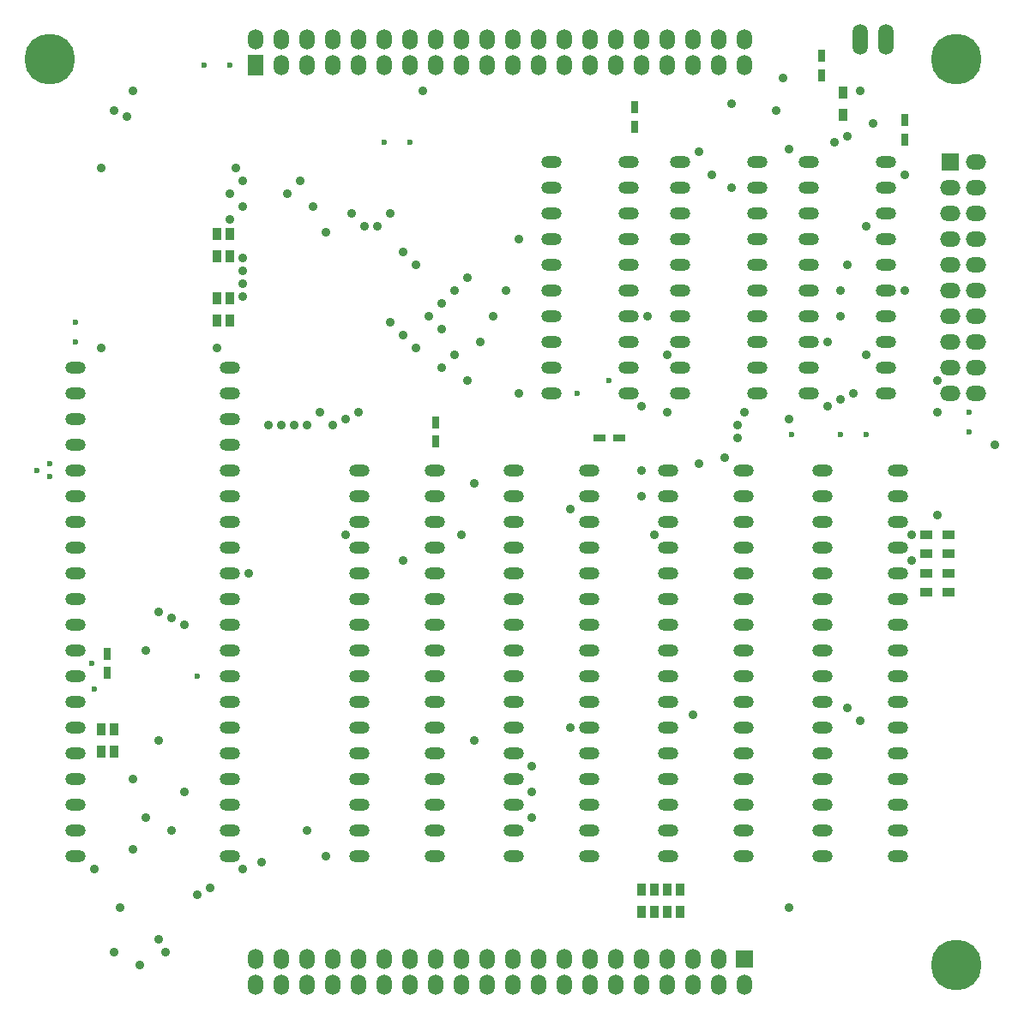
<source format=gbs>
G04 #@! TF.FileFunction,Soldermask,Bot*
%FSLAX46Y46*%
G04 Gerber Fmt 4.6, Leading zero omitted, Abs format (unit mm)*
G04 Created by KiCad (PCBNEW 4.0.2-stable) date 27-3-2016 11:05:44*
%MOMM*%
G01*
G04 APERTURE LIST*
%ADD10C,0.150000*%
%ADD11C,0.600000*%
%ADD12R,0.750000X1.200000*%
%ADD13R,1.200000X0.750000*%
%ADD14O,2.000000X1.200000*%
%ADD15R,0.900000X1.200000*%
%ADD16R,1.200000X0.900000*%
%ADD17R,1.500000X2.000000*%
%ADD18O,1.500000X2.000000*%
%ADD19R,1.727200X1.727200*%
%ADD20C,5.000000*%
%ADD21O,2.000000X1.500000*%
%ADD22O,1.506220X3.014980*%
%ADD23C,0.889000*%
G04 APERTURE END LIST*
D10*
D11*
X56515000Y-90170000D03*
X57785000Y-90805000D03*
X57785000Y-89535000D03*
X61976000Y-109220000D03*
X148590000Y-86360000D03*
X148590000Y-84455000D03*
X138430000Y-86614000D03*
X135890000Y-86614000D03*
X113030000Y-81280000D03*
X109855000Y-82550000D03*
X90805000Y-57785000D03*
X93345000Y-57785000D03*
X62230000Y-111760000D03*
X72390000Y-110490000D03*
X60325000Y-75565000D03*
X60325000Y-77470000D03*
X131064000Y-86614000D03*
X73025000Y-50165000D03*
X75565000Y-50165000D03*
D12*
X95885000Y-87310000D03*
X95885000Y-85410000D03*
D13*
X112080000Y-86995000D03*
X113980000Y-86995000D03*
D12*
X63500000Y-108270000D03*
X63500000Y-110170000D03*
X115570000Y-56195000D03*
X115570000Y-54295000D03*
X133985000Y-51115000D03*
X133985000Y-49215000D03*
X142240000Y-57465000D03*
X142240000Y-55565000D03*
D14*
X95835000Y-90170000D03*
X88315000Y-90170000D03*
X95835000Y-92710000D03*
X88315000Y-92710000D03*
X95835000Y-95250000D03*
X88315000Y-95250000D03*
X95835000Y-97790000D03*
X88315000Y-97790000D03*
X95835000Y-100330000D03*
X88315000Y-100330000D03*
X95835000Y-102870000D03*
X88315000Y-102870000D03*
X95835000Y-105410000D03*
X88315000Y-105410000D03*
X95835000Y-107950000D03*
X88315000Y-107950000D03*
X95835000Y-110490000D03*
X88315000Y-110490000D03*
X95835000Y-113030000D03*
X88315000Y-113030000D03*
X95835000Y-115570000D03*
X88315000Y-115570000D03*
X95835000Y-118110000D03*
X88315000Y-118110000D03*
X95835000Y-120650000D03*
X88315000Y-120650000D03*
X95835000Y-123190000D03*
X88315000Y-123190000D03*
X95835000Y-125730000D03*
X88315000Y-125730000D03*
X95835000Y-128270000D03*
X88315000Y-128270000D03*
X111075000Y-90170000D03*
X103555000Y-90170000D03*
X111075000Y-92710000D03*
X103555000Y-92710000D03*
X111075000Y-95250000D03*
X103555000Y-95250000D03*
X111075000Y-97790000D03*
X103555000Y-97790000D03*
X111075000Y-100330000D03*
X103555000Y-100330000D03*
X111075000Y-102870000D03*
X103555000Y-102870000D03*
X111075000Y-105410000D03*
X103555000Y-105410000D03*
X111075000Y-107950000D03*
X103555000Y-107950000D03*
X111075000Y-110490000D03*
X103555000Y-110490000D03*
X111075000Y-113030000D03*
X103555000Y-113030000D03*
X111075000Y-115570000D03*
X103555000Y-115570000D03*
X111075000Y-118110000D03*
X103555000Y-118110000D03*
X111075000Y-120650000D03*
X103555000Y-120650000D03*
X111075000Y-123190000D03*
X103555000Y-123190000D03*
X111075000Y-125730000D03*
X103555000Y-125730000D03*
X111075000Y-128270000D03*
X103555000Y-128270000D03*
X126315000Y-90170000D03*
X118795000Y-90170000D03*
X126315000Y-92710000D03*
X118795000Y-92710000D03*
X126315000Y-95250000D03*
X118795000Y-95250000D03*
X126315000Y-97790000D03*
X118795000Y-97790000D03*
X126315000Y-100330000D03*
X118795000Y-100330000D03*
X126315000Y-102870000D03*
X118795000Y-102870000D03*
X126315000Y-105410000D03*
X118795000Y-105410000D03*
X126315000Y-107950000D03*
X118795000Y-107950000D03*
X126315000Y-110490000D03*
X118795000Y-110490000D03*
X126315000Y-113030000D03*
X118795000Y-113030000D03*
X126315000Y-115570000D03*
X118795000Y-115570000D03*
X126315000Y-118110000D03*
X118795000Y-118110000D03*
X126315000Y-120650000D03*
X118795000Y-120650000D03*
X126315000Y-123190000D03*
X118795000Y-123190000D03*
X126315000Y-125730000D03*
X118795000Y-125730000D03*
X126315000Y-128270000D03*
X118795000Y-128270000D03*
X141555000Y-90170000D03*
X134035000Y-90170000D03*
X141555000Y-92710000D03*
X134035000Y-92710000D03*
X141555000Y-95250000D03*
X134035000Y-95250000D03*
X141555000Y-97790000D03*
X134035000Y-97790000D03*
X141555000Y-100330000D03*
X134035000Y-100330000D03*
X141555000Y-102870000D03*
X134035000Y-102870000D03*
X141555000Y-105410000D03*
X134035000Y-105410000D03*
X141555000Y-107950000D03*
X134035000Y-107950000D03*
X141555000Y-110490000D03*
X134035000Y-110490000D03*
X141555000Y-113030000D03*
X134035000Y-113030000D03*
X141555000Y-115570000D03*
X134035000Y-115570000D03*
X141555000Y-118110000D03*
X134035000Y-118110000D03*
X141555000Y-120650000D03*
X134035000Y-120650000D03*
X141555000Y-123190000D03*
X134035000Y-123190000D03*
X141555000Y-125730000D03*
X134035000Y-125730000D03*
X141555000Y-128270000D03*
X134035000Y-128270000D03*
X60325000Y-80010000D03*
X60325000Y-82550000D03*
X60325000Y-85090000D03*
X60325000Y-87630000D03*
X60325000Y-90170000D03*
X60325000Y-92710000D03*
X60325000Y-95250000D03*
X60325000Y-97790000D03*
X60325000Y-100330000D03*
X60325000Y-102870000D03*
X60325000Y-105410000D03*
X60325000Y-107950000D03*
X60325000Y-110490000D03*
X60325000Y-113030000D03*
X60325000Y-115570000D03*
X60325000Y-118110000D03*
X60325000Y-120650000D03*
X60325000Y-123190000D03*
X60325000Y-125730000D03*
X60325000Y-128270000D03*
X75565000Y-128270000D03*
X75565000Y-125730000D03*
X75565000Y-123190000D03*
X75565000Y-120650000D03*
X75565000Y-118110000D03*
X75565000Y-115570000D03*
X75565000Y-113030000D03*
X75565000Y-110490000D03*
X75565000Y-107950000D03*
X75565000Y-105410000D03*
X75565000Y-102870000D03*
X75565000Y-100330000D03*
X75565000Y-97790000D03*
X75565000Y-95250000D03*
X75565000Y-92710000D03*
X75565000Y-90170000D03*
X75565000Y-87630000D03*
X75565000Y-85090000D03*
X75565000Y-82550000D03*
X75565000Y-80010000D03*
D15*
X64135000Y-115740000D03*
X64135000Y-117940000D03*
X62865000Y-115740000D03*
X62865000Y-117940000D03*
X117475000Y-131615000D03*
X117475000Y-133815000D03*
X118745000Y-131615000D03*
X118745000Y-133815000D03*
D16*
X146515000Y-102235000D03*
X144315000Y-102235000D03*
D15*
X116205000Y-131615000D03*
X116205000Y-133815000D03*
X120015000Y-131615000D03*
X120015000Y-133815000D03*
X136144000Y-55075000D03*
X136144000Y-52875000D03*
X75565000Y-66845000D03*
X75565000Y-69045000D03*
X74295000Y-66845000D03*
X74295000Y-69045000D03*
X74295000Y-75395000D03*
X74295000Y-73195000D03*
X75565000Y-75395000D03*
X75565000Y-73195000D03*
D16*
X146515000Y-96520000D03*
X144315000Y-96520000D03*
X146515000Y-100330000D03*
X144315000Y-100330000D03*
X146515000Y-98425000D03*
X144315000Y-98425000D03*
D14*
X120015000Y-59690000D03*
X120015000Y-62230000D03*
X120015000Y-64770000D03*
X120015000Y-67310000D03*
X120015000Y-69850000D03*
X120015000Y-72390000D03*
X120015000Y-74930000D03*
X120015000Y-77470000D03*
X120015000Y-80010000D03*
X120015000Y-82550000D03*
X127635000Y-82550000D03*
X127635000Y-80010000D03*
X127635000Y-77470000D03*
X127635000Y-74930000D03*
X127635000Y-72390000D03*
X127635000Y-69850000D03*
X127635000Y-67310000D03*
X127635000Y-64770000D03*
X127635000Y-62230000D03*
X127635000Y-59690000D03*
X132715000Y-59690000D03*
X132715000Y-62230000D03*
X132715000Y-64770000D03*
X132715000Y-67310000D03*
X132715000Y-69850000D03*
X132715000Y-72390000D03*
X132715000Y-74930000D03*
X132715000Y-77470000D03*
X132715000Y-80010000D03*
X132715000Y-82550000D03*
X140335000Y-82550000D03*
X140335000Y-80010000D03*
X140335000Y-77470000D03*
X140335000Y-74930000D03*
X140335000Y-72390000D03*
X140335000Y-69850000D03*
X140335000Y-67310000D03*
X140335000Y-64770000D03*
X140335000Y-62230000D03*
X140335000Y-59690000D03*
X107315000Y-59690000D03*
X107315000Y-62230000D03*
X107315000Y-64770000D03*
X107315000Y-67310000D03*
X107315000Y-69850000D03*
X107315000Y-72390000D03*
X107315000Y-74930000D03*
X107315000Y-77470000D03*
X107315000Y-80010000D03*
X107315000Y-82550000D03*
X114935000Y-82550000D03*
X114935000Y-80010000D03*
X114935000Y-77470000D03*
X114935000Y-74930000D03*
X114935000Y-72390000D03*
X114935000Y-69850000D03*
X114935000Y-67310000D03*
X114935000Y-64770000D03*
X114935000Y-62230000D03*
X114935000Y-59690000D03*
D17*
X78105000Y-50165000D03*
D18*
X78105000Y-47625000D03*
X80645000Y-50165000D03*
X80645000Y-47625000D03*
X83185000Y-50165000D03*
X83185000Y-47625000D03*
X85725000Y-50165000D03*
X85725000Y-47625000D03*
X88265000Y-50165000D03*
X88265000Y-47625000D03*
X90805000Y-50165000D03*
X90805000Y-47625000D03*
X93345000Y-50165000D03*
X93345000Y-47625000D03*
X95885000Y-50165000D03*
X95885000Y-47625000D03*
X98425000Y-50165000D03*
X98425000Y-47625000D03*
X100965000Y-50165000D03*
X100965000Y-47625000D03*
X103505000Y-50165000D03*
X103505000Y-47625000D03*
X106045000Y-50165000D03*
X106045000Y-47625000D03*
X108585000Y-50165000D03*
X108585000Y-47625000D03*
X111125000Y-50165000D03*
X111125000Y-47625000D03*
X113665000Y-50165000D03*
X113665000Y-47625000D03*
X116205000Y-50165000D03*
X116205000Y-47625000D03*
X118745000Y-50165000D03*
X118745000Y-47625000D03*
X121285000Y-50165000D03*
X121285000Y-47625000D03*
X123825000Y-50165000D03*
X123825000Y-47625000D03*
X126365000Y-50165000D03*
X126365000Y-47625000D03*
D19*
X126365000Y-138430000D03*
D18*
X126365000Y-140970000D03*
X123825000Y-138430000D03*
X123825000Y-140970000D03*
X121285000Y-138430000D03*
X121285000Y-140970000D03*
X118745000Y-138430000D03*
X118745000Y-140970000D03*
X116205000Y-138430000D03*
X116205000Y-140970000D03*
X113665000Y-138430000D03*
X113665000Y-140970000D03*
X111125000Y-138430000D03*
X111125000Y-140970000D03*
X108585000Y-138430000D03*
X108585000Y-140970000D03*
X106045000Y-138430000D03*
X106045000Y-140970000D03*
X103505000Y-138430000D03*
X103505000Y-140970000D03*
X100965000Y-138430000D03*
X100965000Y-140970000D03*
X98425000Y-138430000D03*
X98425000Y-140970000D03*
X95885000Y-138430000D03*
X95885000Y-140970000D03*
X93345000Y-138430000D03*
X93345000Y-140970000D03*
X90805000Y-138430000D03*
X90805000Y-140970000D03*
X88265000Y-138430000D03*
X88265000Y-140970000D03*
X85725000Y-138430000D03*
X85725000Y-140970000D03*
X83185000Y-138430000D03*
X83185000Y-140970000D03*
X80645000Y-138430000D03*
X80645000Y-140970000D03*
X78105000Y-138430000D03*
X78105000Y-140970000D03*
D20*
X57785000Y-49530000D03*
X147320000Y-139065000D03*
X147320000Y-49530000D03*
D19*
X146685000Y-59690000D03*
D21*
X149225000Y-59690000D03*
X146685000Y-62230000D03*
X149225000Y-62230000D03*
X146685000Y-64770000D03*
X149225000Y-64770000D03*
X146685000Y-67310000D03*
X149225000Y-67310000D03*
X146685000Y-69850000D03*
X149225000Y-69850000D03*
X146685000Y-72390000D03*
X149225000Y-72390000D03*
X146685000Y-74930000D03*
X149225000Y-74930000D03*
X146685000Y-77470000D03*
X149225000Y-77470000D03*
X146685000Y-80010000D03*
X149225000Y-80010000D03*
X146685000Y-82550000D03*
X149225000Y-82550000D03*
D22*
X137795000Y-47625000D03*
X140335000Y-47625000D03*
D23*
X76835000Y-129540000D03*
X78740000Y-128905000D03*
X73660000Y-131445000D03*
X68580000Y-136525000D03*
X65405000Y-55245000D03*
X66040000Y-127635000D03*
X66040000Y-120650000D03*
X109220000Y-93980000D03*
X116205000Y-92710000D03*
X109220000Y-115570000D03*
X137795000Y-114935000D03*
X121285000Y-114300000D03*
X151130000Y-87630000D03*
X136525000Y-113665000D03*
X64135000Y-54610000D03*
X85090000Y-128270000D03*
X121920000Y-58674000D03*
X72390000Y-132080000D03*
X83185000Y-125730000D03*
X86995000Y-96520000D03*
X117475000Y-96520000D03*
X77470000Y-100330000D03*
X94615000Y-52705000D03*
X66040000Y-52705000D03*
X62230000Y-129540000D03*
X64770000Y-133350000D03*
X64135000Y-137795000D03*
X66675000Y-139065000D03*
X87630000Y-64770000D03*
X88900000Y-66040000D03*
X90170000Y-66040000D03*
X67310000Y-124460000D03*
X67310000Y-107950000D03*
X69850000Y-104775000D03*
X69850000Y-125730000D03*
X105410000Y-124460000D03*
X102870000Y-72390000D03*
X71120000Y-105410000D03*
X71120000Y-121920000D03*
X101600000Y-74930000D03*
X105410000Y-121920000D03*
X68580000Y-116840000D03*
X68580000Y-104140000D03*
X100330000Y-77470000D03*
X105410000Y-119380000D03*
X99695000Y-116840000D03*
X96520000Y-80010000D03*
X142875000Y-99060000D03*
X92710000Y-99060000D03*
X91440000Y-75565000D03*
X91440000Y-64770000D03*
X92710000Y-76835000D03*
X92710000Y-68580000D03*
X142875000Y-96520000D03*
X93980000Y-78105000D03*
X93980000Y-69850000D03*
X98425000Y-96520000D03*
X99695000Y-91440000D03*
X95250000Y-74930000D03*
X74295000Y-78105000D03*
X76200000Y-60325000D03*
X116205000Y-90170000D03*
X130810000Y-133350000D03*
X62865000Y-60325000D03*
X62865000Y-78105000D03*
X145415000Y-94615000D03*
X130175000Y-51435000D03*
X123190000Y-60960000D03*
X69215000Y-137795000D03*
X76835000Y-71755000D03*
X97790000Y-72390000D03*
X97790000Y-78740000D03*
X76835000Y-69215000D03*
X104140000Y-82550000D03*
X104140000Y-67310000D03*
X76835000Y-61595000D03*
X83185000Y-85725000D03*
X125730000Y-85725000D03*
X75565000Y-62865000D03*
X125730000Y-86995000D03*
X81915000Y-85725000D03*
X80645000Y-85725000D03*
X124460000Y-88900000D03*
X76835000Y-64135000D03*
X75565000Y-65405000D03*
X121920000Y-89535000D03*
X79375000Y-85725000D03*
X76835000Y-73025000D03*
X96520000Y-73660000D03*
X96520000Y-76200000D03*
X76835000Y-70485000D03*
X99060000Y-71120000D03*
X99060000Y-81280000D03*
X88265000Y-84455000D03*
X85090000Y-66675000D03*
X118745000Y-84455000D03*
X118745000Y-78740000D03*
X86995000Y-85090000D03*
X83820000Y-64135000D03*
X81280000Y-62865000D03*
X84455000Y-84455000D03*
X116840000Y-74930000D03*
X116205000Y-83820000D03*
X126365000Y-84455000D03*
X85725000Y-85725000D03*
X82550000Y-61595000D03*
X137160000Y-82550000D03*
X137795000Y-52705000D03*
X145415000Y-84455000D03*
X130810000Y-85090000D03*
X129540000Y-54610000D03*
X130810000Y-58420000D03*
X135890000Y-72390000D03*
X136525000Y-69850000D03*
X135255000Y-57785000D03*
X136525000Y-57150000D03*
X145415000Y-81280000D03*
X135890000Y-83185000D03*
X138430000Y-66040000D03*
X139065000Y-55880000D03*
X125095000Y-62230000D03*
X125095000Y-53975000D03*
X135890000Y-74930000D03*
X134620000Y-83820000D03*
X142240000Y-60960000D03*
X142240000Y-72390000D03*
X138430000Y-78740000D03*
X134620000Y-77470000D03*
M02*

</source>
